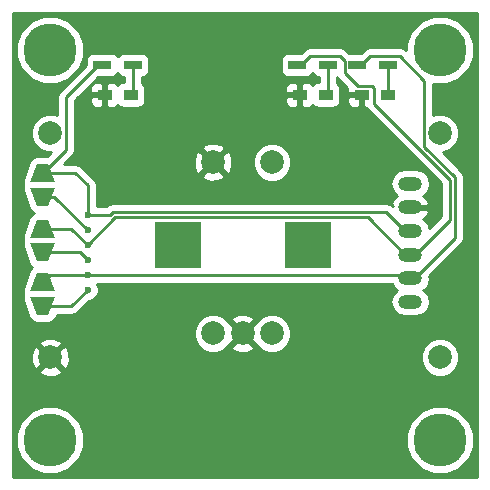
<source format=gbl>
G04 #@! TF.FileFunction,Copper,L2,Bot,Signal*
%FSLAX46Y46*%
G04 Gerber Fmt 4.6, Leading zero omitted, Abs format (unit mm)*
G04 Created by KiCad (PCBNEW 4.0.1-stable) date Friday, 17 June 2016 'pmt' 14:58:46*
%MOMM*%
G01*
G04 APERTURE LIST*
%ADD10C,0.100000*%
%ADD11C,4.500000*%
%ADD12R,1.500000X0.800000*%
%ADD13C,2.000000*%
%ADD14O,2.000000X1.200000*%
%ADD15R,4.000000X4.000000*%
%ADD16R,1.200000X0.900000*%
%ADD17C,0.600000*%
%ADD18C,1.000000*%
%ADD19C,0.250000*%
%ADD20C,0.254000*%
G04 APERTURE END LIST*
D10*
D11*
X102870000Y-86995000D03*
X102870000Y-120015000D03*
X135890000Y-120015000D03*
D12*
X126395000Y-88265000D03*
X123795000Y-88265000D03*
D10*
G36*
X101211000Y-98663000D02*
X103259000Y-98663000D01*
X102735000Y-100187000D01*
X101735000Y-100187000D01*
X101211000Y-98663000D01*
X101211000Y-98663000D01*
G37*
G36*
X103259000Y-98187000D02*
X101211000Y-98187000D01*
X101735000Y-96663000D01*
X102735000Y-96663000D01*
X103259000Y-98187000D01*
X103259000Y-98187000D01*
G37*
G36*
X101211000Y-103378000D02*
X103259000Y-103378000D01*
X102735000Y-104902000D01*
X101735000Y-104902000D01*
X101211000Y-103378000D01*
X101211000Y-103378000D01*
G37*
G36*
X103259000Y-102902000D02*
X101211000Y-102902000D01*
X101735000Y-101378000D01*
X102735000Y-101378000D01*
X103259000Y-102902000D01*
X103259000Y-102902000D01*
G37*
G36*
X101211000Y-107918000D02*
X103259000Y-107918000D01*
X102735000Y-109442000D01*
X101735000Y-109442000D01*
X101211000Y-107918000D01*
X101211000Y-107918000D01*
G37*
G36*
X103259000Y-107442000D02*
X101211000Y-107442000D01*
X101735000Y-105918000D01*
X102735000Y-105918000D01*
X103259000Y-107442000D01*
X103259000Y-107442000D01*
G37*
D13*
X102890000Y-94030000D03*
X102890000Y-113030000D03*
X135890000Y-113030000D03*
X135890000Y-94030000D03*
D14*
X133350000Y-98330000D03*
X133350000Y-100330000D03*
X133350000Y-102330000D03*
X133350000Y-104330000D03*
X133350000Y-106330000D03*
X133350000Y-108330000D03*
D15*
X124665000Y-103505000D03*
X113665000Y-103505000D03*
D13*
X121665000Y-96505000D03*
X116665000Y-96505000D03*
X119165000Y-111005000D03*
X116665000Y-111005000D03*
X121665000Y-111005000D03*
D12*
X109885000Y-88265000D03*
X107285000Y-88265000D03*
X131475000Y-88265000D03*
X128875000Y-88265000D03*
D16*
X107485000Y-90805000D03*
X109685000Y-90805000D03*
X123995000Y-90805000D03*
X126195000Y-90805000D03*
X129245000Y-90805000D03*
X131445000Y-90805000D03*
D11*
X135890000Y-86995000D03*
D17*
X106045000Y-102235000D03*
D18*
X118745000Y-120330000D03*
X108585000Y-99060000D03*
X121285000Y-86995000D03*
D17*
X106045000Y-104775000D03*
X106045000Y-107315000D03*
X106045000Y-100965000D03*
X106045000Y-103505000D03*
X106045000Y-106045000D03*
D19*
X102235000Y-99425000D02*
X103235000Y-99425000D01*
X103235000Y-99425000D02*
X106045000Y-102235000D01*
X102235000Y-104140000D02*
X105410000Y-104140000D01*
X105410000Y-104140000D02*
X106045000Y-104775000D01*
X102235000Y-108680000D02*
X104680000Y-108680000D01*
X104680000Y-108680000D02*
X106045000Y-107315000D01*
X107285000Y-88265000D02*
X106935000Y-88265000D01*
X104215001Y-95444999D02*
X102872745Y-96787255D01*
X106935000Y-88265000D02*
X104215001Y-90984999D01*
X102872745Y-96787255D02*
X102235000Y-97425000D01*
X104215001Y-90984999D02*
X104215001Y-95444999D01*
X106045000Y-100965000D02*
X107948590Y-100965000D01*
X107948590Y-100965000D02*
X108183601Y-100729989D01*
X108183601Y-100729989D02*
X131349989Y-100729989D01*
X131349989Y-100729989D02*
X132950000Y-102330000D01*
X132950000Y-102330000D02*
X133350000Y-102330000D01*
X102235000Y-97425000D02*
X105002000Y-97425000D01*
X105002000Y-97425000D02*
X106045000Y-98468000D01*
X106045000Y-98468000D02*
X106045000Y-100965000D01*
X123795000Y-88265000D02*
X124145000Y-88265000D01*
X124145000Y-88265000D02*
X124870001Y-87539999D01*
X130313591Y-90238589D02*
X130313591Y-91580001D01*
X124870001Y-87539999D02*
X127405001Y-87539999D01*
X127405001Y-87539999D02*
X127799999Y-87934997D01*
X130105001Y-90029999D02*
X130313591Y-90238589D01*
X127799999Y-87934997D02*
X127799999Y-88925001D01*
X127799999Y-88925001D02*
X128904997Y-90029999D01*
X128904997Y-90029999D02*
X130105001Y-90029999D01*
X133750000Y-104330000D02*
X133350000Y-104330000D01*
X130313591Y-91580001D02*
X136709990Y-97976400D01*
X136709990Y-97976400D02*
X136709990Y-101370010D01*
X136709990Y-101370010D02*
X133750000Y-104330000D01*
X106045000Y-103505000D02*
X108370001Y-101179999D01*
X108370001Y-101179999D02*
X129799999Y-101179999D01*
X129799999Y-101179999D02*
X132950000Y-104330000D01*
X132950000Y-104330000D02*
X133350000Y-104330000D01*
X106045000Y-103505000D02*
X104680000Y-102140000D01*
X104680000Y-102140000D02*
X102235000Y-102140000D01*
X128875000Y-88265000D02*
X129225000Y-88265000D01*
X134564999Y-89619997D02*
X134564999Y-95194999D01*
X129225000Y-88265000D02*
X129950001Y-87539999D01*
X129950001Y-87539999D02*
X132485001Y-87539999D01*
X132485001Y-87539999D02*
X134564999Y-89619997D01*
X134564999Y-95194999D02*
X137160000Y-97790000D01*
X133750000Y-106330000D02*
X133350000Y-106330000D01*
X137160000Y-97790000D02*
X137160000Y-102920000D01*
X137160000Y-102920000D02*
X133750000Y-106330000D01*
X106045000Y-106045000D02*
X133065000Y-106045000D01*
X133065000Y-106045000D02*
X133350000Y-106330000D01*
X106045000Y-106045000D02*
X102870000Y-106045000D01*
X102870000Y-106045000D02*
X102235000Y-106680000D01*
X109885000Y-88265000D02*
X109885000Y-90605000D01*
X109885000Y-90605000D02*
X109685000Y-90805000D01*
X126395000Y-88265000D02*
X126395000Y-90605000D01*
X126395000Y-90605000D02*
X126195000Y-90805000D01*
X131475000Y-88265000D02*
X131475000Y-90775000D01*
X131475000Y-90775000D02*
X131445000Y-90805000D01*
D20*
G36*
X139015000Y-123140000D02*
X99745000Y-123140000D01*
X99745000Y-120586344D01*
X99984501Y-120586344D01*
X100422790Y-121647086D01*
X101233645Y-122459357D01*
X102293620Y-122899498D01*
X103441344Y-122900499D01*
X104502086Y-122462210D01*
X105314357Y-121651355D01*
X105754498Y-120591380D01*
X105754502Y-120586344D01*
X133004501Y-120586344D01*
X133442790Y-121647086D01*
X134253645Y-122459357D01*
X135313620Y-122899498D01*
X136461344Y-122900499D01*
X137522086Y-122462210D01*
X138334357Y-121651355D01*
X138774498Y-120591380D01*
X138775499Y-119443656D01*
X138337210Y-118382914D01*
X137526355Y-117570643D01*
X136466380Y-117130502D01*
X135318656Y-117129501D01*
X134257914Y-117567790D01*
X133445643Y-118378645D01*
X133005502Y-119438620D01*
X133004501Y-120586344D01*
X105754502Y-120586344D01*
X105755499Y-119443656D01*
X105317210Y-118382914D01*
X104506355Y-117570643D01*
X103446380Y-117130502D01*
X102298656Y-117129501D01*
X101237914Y-117567790D01*
X100425643Y-118378645D01*
X99985502Y-119438620D01*
X99984501Y-120586344D01*
X99745000Y-120586344D01*
X99745000Y-114182532D01*
X101917073Y-114182532D01*
X102015736Y-114449387D01*
X102625461Y-114675908D01*
X103275460Y-114651856D01*
X103764264Y-114449387D01*
X103862927Y-114182532D01*
X102890000Y-113209605D01*
X101917073Y-114182532D01*
X99745000Y-114182532D01*
X99745000Y-112765461D01*
X101244092Y-112765461D01*
X101268144Y-113415460D01*
X101470613Y-113904264D01*
X101737468Y-114002927D01*
X102710395Y-113030000D01*
X103069605Y-113030000D01*
X104042532Y-114002927D01*
X104309387Y-113904264D01*
X104513893Y-113353795D01*
X134254716Y-113353795D01*
X134503106Y-113954943D01*
X134962637Y-114415278D01*
X135563352Y-114664716D01*
X136213795Y-114665284D01*
X136814943Y-114416894D01*
X137275278Y-113957363D01*
X137524716Y-113356648D01*
X137525284Y-112706205D01*
X137276894Y-112105057D01*
X136817363Y-111644722D01*
X136216648Y-111395284D01*
X135566205Y-111394716D01*
X134965057Y-111643106D01*
X134504722Y-112102637D01*
X134255284Y-112703352D01*
X134254716Y-113353795D01*
X104513893Y-113353795D01*
X104535908Y-113294539D01*
X104511856Y-112644540D01*
X104309387Y-112155736D01*
X104042532Y-112057073D01*
X103069605Y-113030000D01*
X102710395Y-113030000D01*
X101737468Y-112057073D01*
X101470613Y-112155736D01*
X101244092Y-112765461D01*
X99745000Y-112765461D01*
X99745000Y-111877468D01*
X101917073Y-111877468D01*
X102890000Y-112850395D01*
X103862927Y-111877468D01*
X103764264Y-111610613D01*
X103154539Y-111384092D01*
X102504540Y-111408144D01*
X102015736Y-111610613D01*
X101917073Y-111877468D01*
X99745000Y-111877468D01*
X99745000Y-111328795D01*
X115029716Y-111328795D01*
X115278106Y-111929943D01*
X115737637Y-112390278D01*
X116338352Y-112639716D01*
X116988795Y-112640284D01*
X117589943Y-112391894D01*
X117824715Y-112157532D01*
X118192073Y-112157532D01*
X118290736Y-112424387D01*
X118900461Y-112650908D01*
X119550460Y-112626856D01*
X120039264Y-112424387D01*
X120137927Y-112157532D01*
X119165000Y-111184605D01*
X118192073Y-112157532D01*
X117824715Y-112157532D01*
X118006752Y-111975813D01*
X118012468Y-111977927D01*
X118985395Y-111005000D01*
X119344605Y-111005000D01*
X120317532Y-111977927D01*
X120323722Y-111975639D01*
X120737637Y-112390278D01*
X121338352Y-112639716D01*
X121988795Y-112640284D01*
X122589943Y-112391894D01*
X123050278Y-111932363D01*
X123299716Y-111331648D01*
X123300284Y-110681205D01*
X123051894Y-110080057D01*
X122592363Y-109619722D01*
X121991648Y-109370284D01*
X121341205Y-109369716D01*
X120740057Y-109618106D01*
X120323248Y-110034187D01*
X120317532Y-110032073D01*
X119344605Y-111005000D01*
X118985395Y-111005000D01*
X118012468Y-110032073D01*
X118006278Y-110034361D01*
X117824703Y-109852468D01*
X118192073Y-109852468D01*
X119165000Y-110825395D01*
X120137927Y-109852468D01*
X120039264Y-109585613D01*
X119429539Y-109359092D01*
X118779540Y-109383144D01*
X118290736Y-109585613D01*
X118192073Y-109852468D01*
X117824703Y-109852468D01*
X117592363Y-109619722D01*
X116991648Y-109370284D01*
X116341205Y-109369716D01*
X115740057Y-109618106D01*
X115279722Y-110077637D01*
X115030284Y-110678352D01*
X115029716Y-111328795D01*
X99745000Y-111328795D01*
X99745000Y-98169113D01*
X100563807Y-98169113D01*
X100607838Y-98422317D01*
X100615703Y-98434539D01*
X100565076Y-98618726D01*
X100598740Y-98873515D01*
X101122740Y-100397515D01*
X101270910Y-100638441D01*
X101483110Y-100783431D01*
X101491347Y-100785099D01*
X101458988Y-100792342D01*
X101252880Y-100945868D01*
X101122740Y-101167485D01*
X100598740Y-102691485D01*
X100563807Y-102884113D01*
X100607838Y-103137317D01*
X100615703Y-103149539D01*
X100565076Y-103333726D01*
X100598740Y-103588515D01*
X101122740Y-105112515D01*
X101270910Y-105353441D01*
X101354232Y-105410373D01*
X101252880Y-105485868D01*
X101122740Y-105707485D01*
X100598740Y-107231485D01*
X100563807Y-107424113D01*
X100607838Y-107677317D01*
X100615703Y-107689539D01*
X100565076Y-107873726D01*
X100598740Y-108128515D01*
X101122740Y-109652515D01*
X101270910Y-109893441D01*
X101483110Y-110038431D01*
X101735000Y-110089440D01*
X102735000Y-110089440D01*
X103011012Y-110027658D01*
X103217120Y-109874132D01*
X103347260Y-109652515D01*
X103420329Y-109440000D01*
X104680000Y-109440000D01*
X104970839Y-109382148D01*
X105217401Y-109217401D01*
X106184680Y-108250122D01*
X106230167Y-108250162D01*
X106573943Y-108108117D01*
X106837192Y-107845327D01*
X106979838Y-107501799D01*
X106980162Y-107129833D01*
X106845944Y-106805000D01*
X131778571Y-106805000D01*
X132044691Y-107203277D01*
X132234346Y-107330000D01*
X132044691Y-107456723D01*
X131776977Y-107857386D01*
X131682968Y-108330000D01*
X131776977Y-108802614D01*
X132044691Y-109203277D01*
X132445354Y-109470991D01*
X132917968Y-109565000D01*
X133782032Y-109565000D01*
X134254646Y-109470991D01*
X134655309Y-109203277D01*
X134923023Y-108802614D01*
X135017032Y-108330000D01*
X134923023Y-107857386D01*
X134655309Y-107456723D01*
X134465654Y-107330000D01*
X134655309Y-107203277D01*
X134923023Y-106802614D01*
X135017032Y-106330000D01*
X134985139Y-106169663D01*
X137697401Y-103457401D01*
X137862148Y-103210840D01*
X137920000Y-102920000D01*
X137920000Y-97790000D01*
X137862148Y-97499161D01*
X137697401Y-97252599D01*
X136109995Y-95665193D01*
X136213795Y-95665284D01*
X136814943Y-95416894D01*
X137275278Y-94957363D01*
X137524716Y-94356648D01*
X137525284Y-93706205D01*
X137276894Y-93105057D01*
X136817363Y-92644722D01*
X136216648Y-92395284D01*
X135566205Y-92394716D01*
X135324999Y-92494381D01*
X135324999Y-89879508D01*
X136461344Y-89880499D01*
X137522086Y-89442210D01*
X138334357Y-88631355D01*
X138774498Y-87571380D01*
X138775499Y-86423656D01*
X138337210Y-85362914D01*
X137526355Y-84550643D01*
X136466380Y-84110502D01*
X135318656Y-84109501D01*
X134257914Y-84547790D01*
X133445643Y-85358645D01*
X133005502Y-86418620D01*
X133005003Y-86990972D01*
X132775840Y-86837851D01*
X132485001Y-86779999D01*
X129950001Y-86779999D01*
X129659161Y-86837851D01*
X129412600Y-87002598D01*
X129197638Y-87217560D01*
X128157364Y-87217560D01*
X127942402Y-87002598D01*
X127695840Y-86837851D01*
X127405001Y-86779999D01*
X124870001Y-86779999D01*
X124579161Y-86837851D01*
X124332600Y-87002598D01*
X124117638Y-87217560D01*
X123045000Y-87217560D01*
X122809683Y-87261838D01*
X122593559Y-87400910D01*
X122448569Y-87613110D01*
X122397560Y-87865000D01*
X122397560Y-88665000D01*
X122441838Y-88900317D01*
X122580910Y-89116441D01*
X122793110Y-89261431D01*
X123045000Y-89312440D01*
X124545000Y-89312440D01*
X124780317Y-89268162D01*
X124996441Y-89129090D01*
X125095633Y-88983917D01*
X125180910Y-89116441D01*
X125393110Y-89261431D01*
X125635000Y-89310415D01*
X125635000Y-89707560D01*
X125595000Y-89707560D01*
X125359683Y-89751838D01*
X125143559Y-89890910D01*
X125097031Y-89959006D01*
X124954698Y-89816673D01*
X124721309Y-89720000D01*
X124280750Y-89720000D01*
X124122000Y-89878750D01*
X124122000Y-90678000D01*
X124142000Y-90678000D01*
X124142000Y-90932000D01*
X124122000Y-90932000D01*
X124122000Y-91731250D01*
X124280750Y-91890000D01*
X124721309Y-91890000D01*
X124954698Y-91793327D01*
X125095936Y-91652090D01*
X125130910Y-91706441D01*
X125343110Y-91851431D01*
X125595000Y-91902440D01*
X126795000Y-91902440D01*
X127030317Y-91858162D01*
X127246441Y-91719090D01*
X127391431Y-91506890D01*
X127442440Y-91255000D01*
X127442440Y-91090750D01*
X128010000Y-91090750D01*
X128010000Y-91381310D01*
X128106673Y-91614699D01*
X128285302Y-91793327D01*
X128518691Y-91890000D01*
X128959250Y-91890000D01*
X129118000Y-91731250D01*
X129118000Y-90932000D01*
X128168750Y-90932000D01*
X128010000Y-91090750D01*
X127442440Y-91090750D01*
X127442440Y-90355000D01*
X127398162Y-90119683D01*
X127259090Y-89903559D01*
X127155000Y-89832437D01*
X127155000Y-89310558D01*
X127160454Y-89309532D01*
X127262598Y-89462402D01*
X128015532Y-90215336D01*
X128010000Y-90228690D01*
X128010000Y-90519250D01*
X128168750Y-90678000D01*
X128533121Y-90678000D01*
X128614158Y-90732147D01*
X128904997Y-90789999D01*
X129392000Y-90789999D01*
X129392000Y-90932000D01*
X129372000Y-90932000D01*
X129372000Y-91731250D01*
X129530750Y-91890000D01*
X129624245Y-91890000D01*
X129776190Y-92117402D01*
X135949990Y-98291202D01*
X135949990Y-101055208D01*
X134960318Y-102044880D01*
X134923023Y-101857386D01*
X134655309Y-101456723D01*
X134457845Y-101324782D01*
X134713080Y-101113474D01*
X134939592Y-100685281D01*
X134943462Y-100647609D01*
X134818731Y-100457000D01*
X133477000Y-100457000D01*
X133477000Y-100477000D01*
X133223000Y-100477000D01*
X133223000Y-100457000D01*
X133203000Y-100457000D01*
X133203000Y-100203000D01*
X133223000Y-100203000D01*
X133223000Y-100183000D01*
X133477000Y-100183000D01*
X133477000Y-100203000D01*
X134818731Y-100203000D01*
X134943462Y-100012391D01*
X134939592Y-99974719D01*
X134713080Y-99546526D01*
X134457845Y-99335218D01*
X134655309Y-99203277D01*
X134923023Y-98802614D01*
X135017032Y-98330000D01*
X134923023Y-97857386D01*
X134655309Y-97456723D01*
X134254646Y-97189009D01*
X133782032Y-97095000D01*
X132917968Y-97095000D01*
X132445354Y-97189009D01*
X132044691Y-97456723D01*
X131776977Y-97857386D01*
X131682968Y-98330000D01*
X131776977Y-98802614D01*
X132044691Y-99203277D01*
X132242155Y-99335218D01*
X131986920Y-99546526D01*
X131760408Y-99974719D01*
X131756538Y-100012391D01*
X131864406Y-100177231D01*
X131640828Y-100027841D01*
X131349989Y-99969989D01*
X108183601Y-99969989D01*
X107892762Y-100027841D01*
X107646200Y-100192588D01*
X107633788Y-100205000D01*
X106805000Y-100205000D01*
X106805000Y-98468000D01*
X106747148Y-98177161D01*
X106582401Y-97930599D01*
X106309334Y-97657532D01*
X115692073Y-97657532D01*
X115790736Y-97924387D01*
X116400461Y-98150908D01*
X117050460Y-98126856D01*
X117539264Y-97924387D01*
X117637927Y-97657532D01*
X116665000Y-96684605D01*
X115692073Y-97657532D01*
X106309334Y-97657532D01*
X105539401Y-96887599D01*
X105292839Y-96722852D01*
X105002000Y-96665000D01*
X104069802Y-96665000D01*
X104494341Y-96240461D01*
X115019092Y-96240461D01*
X115043144Y-96890460D01*
X115245613Y-97379264D01*
X115512468Y-97477927D01*
X116485395Y-96505000D01*
X116844605Y-96505000D01*
X117817532Y-97477927D01*
X118084387Y-97379264D01*
X118288893Y-96828795D01*
X120029716Y-96828795D01*
X120278106Y-97429943D01*
X120737637Y-97890278D01*
X121338352Y-98139716D01*
X121988795Y-98140284D01*
X122589943Y-97891894D01*
X123050278Y-97432363D01*
X123299716Y-96831648D01*
X123300284Y-96181205D01*
X123051894Y-95580057D01*
X122592363Y-95119722D01*
X121991648Y-94870284D01*
X121341205Y-94869716D01*
X120740057Y-95118106D01*
X120279722Y-95577637D01*
X120030284Y-96178352D01*
X120029716Y-96828795D01*
X118288893Y-96828795D01*
X118310908Y-96769539D01*
X118286856Y-96119540D01*
X118084387Y-95630736D01*
X117817532Y-95532073D01*
X116844605Y-96505000D01*
X116485395Y-96505000D01*
X115512468Y-95532073D01*
X115245613Y-95630736D01*
X115019092Y-96240461D01*
X104494341Y-96240461D01*
X104752402Y-95982400D01*
X104917149Y-95735838D01*
X104975001Y-95444999D01*
X104975001Y-95352468D01*
X115692073Y-95352468D01*
X116665000Y-96325395D01*
X117637927Y-95352468D01*
X117539264Y-95085613D01*
X116929539Y-94859092D01*
X116279540Y-94883144D01*
X115790736Y-95085613D01*
X115692073Y-95352468D01*
X104975001Y-95352468D01*
X104975001Y-91299801D01*
X105184052Y-91090750D01*
X106250000Y-91090750D01*
X106250000Y-91381310D01*
X106346673Y-91614699D01*
X106525302Y-91793327D01*
X106758691Y-91890000D01*
X107199250Y-91890000D01*
X107358000Y-91731250D01*
X107358000Y-90932000D01*
X106408750Y-90932000D01*
X106250000Y-91090750D01*
X105184052Y-91090750D01*
X106046112Y-90228690D01*
X106250000Y-90228690D01*
X106250000Y-90519250D01*
X106408750Y-90678000D01*
X107358000Y-90678000D01*
X107358000Y-89878750D01*
X107199250Y-89720000D01*
X106758691Y-89720000D01*
X106525302Y-89816673D01*
X106346673Y-89995301D01*
X106250000Y-90228690D01*
X106046112Y-90228690D01*
X106962362Y-89312440D01*
X108035000Y-89312440D01*
X108270317Y-89268162D01*
X108486441Y-89129090D01*
X108585633Y-88983917D01*
X108670910Y-89116441D01*
X108883110Y-89261431D01*
X109125000Y-89310415D01*
X109125000Y-89707560D01*
X109085000Y-89707560D01*
X108849683Y-89751838D01*
X108633559Y-89890910D01*
X108587031Y-89959006D01*
X108444698Y-89816673D01*
X108211309Y-89720000D01*
X107770750Y-89720000D01*
X107612000Y-89878750D01*
X107612000Y-90678000D01*
X107632000Y-90678000D01*
X107632000Y-90932000D01*
X107612000Y-90932000D01*
X107612000Y-91731250D01*
X107770750Y-91890000D01*
X108211309Y-91890000D01*
X108444698Y-91793327D01*
X108585936Y-91652090D01*
X108620910Y-91706441D01*
X108833110Y-91851431D01*
X109085000Y-91902440D01*
X110285000Y-91902440D01*
X110520317Y-91858162D01*
X110736441Y-91719090D01*
X110881431Y-91506890D01*
X110932440Y-91255000D01*
X110932440Y-91090750D01*
X122760000Y-91090750D01*
X122760000Y-91381310D01*
X122856673Y-91614699D01*
X123035302Y-91793327D01*
X123268691Y-91890000D01*
X123709250Y-91890000D01*
X123868000Y-91731250D01*
X123868000Y-90932000D01*
X122918750Y-90932000D01*
X122760000Y-91090750D01*
X110932440Y-91090750D01*
X110932440Y-90355000D01*
X110908674Y-90228690D01*
X122760000Y-90228690D01*
X122760000Y-90519250D01*
X122918750Y-90678000D01*
X123868000Y-90678000D01*
X123868000Y-89878750D01*
X123709250Y-89720000D01*
X123268691Y-89720000D01*
X123035302Y-89816673D01*
X122856673Y-89995301D01*
X122760000Y-90228690D01*
X110908674Y-90228690D01*
X110888162Y-90119683D01*
X110749090Y-89903559D01*
X110645000Y-89832437D01*
X110645000Y-89310558D01*
X110870317Y-89268162D01*
X111086441Y-89129090D01*
X111231431Y-88916890D01*
X111282440Y-88665000D01*
X111282440Y-87865000D01*
X111238162Y-87629683D01*
X111099090Y-87413559D01*
X110886890Y-87268569D01*
X110635000Y-87217560D01*
X109135000Y-87217560D01*
X108899683Y-87261838D01*
X108683559Y-87400910D01*
X108584367Y-87546083D01*
X108499090Y-87413559D01*
X108286890Y-87268569D01*
X108035000Y-87217560D01*
X106535000Y-87217560D01*
X106299683Y-87261838D01*
X106083559Y-87400910D01*
X105938569Y-87613110D01*
X105887560Y-87865000D01*
X105887560Y-88237638D01*
X103677600Y-90447598D01*
X103512853Y-90694160D01*
X103455001Y-90984999D01*
X103455001Y-92494257D01*
X103216648Y-92395284D01*
X102566205Y-92394716D01*
X101965057Y-92643106D01*
X101504722Y-93102637D01*
X101255284Y-93703352D01*
X101254716Y-94353795D01*
X101503106Y-94954943D01*
X101962637Y-95415278D01*
X102563352Y-95664716D01*
X102920170Y-95665028D01*
X102569638Y-96015560D01*
X101735000Y-96015560D01*
X101458988Y-96077342D01*
X101252880Y-96230868D01*
X101122740Y-96452485D01*
X100598740Y-97976485D01*
X100563807Y-98169113D01*
X99745000Y-98169113D01*
X99745000Y-87566344D01*
X99984501Y-87566344D01*
X100422790Y-88627086D01*
X101233645Y-89439357D01*
X102293620Y-89879498D01*
X103441344Y-89880499D01*
X104502086Y-89442210D01*
X105314357Y-88631355D01*
X105754498Y-87571380D01*
X105755499Y-86423656D01*
X105317210Y-85362914D01*
X104506355Y-84550643D01*
X103446380Y-84110502D01*
X102298656Y-84109501D01*
X101237914Y-84547790D01*
X100425643Y-85358645D01*
X99985502Y-86418620D01*
X99984501Y-87566344D01*
X99745000Y-87566344D01*
X99745000Y-83870000D01*
X139015000Y-83870000D01*
X139015000Y-123140000D01*
X139015000Y-123140000D01*
G37*
X139015000Y-123140000D02*
X99745000Y-123140000D01*
X99745000Y-120586344D01*
X99984501Y-120586344D01*
X100422790Y-121647086D01*
X101233645Y-122459357D01*
X102293620Y-122899498D01*
X103441344Y-122900499D01*
X104502086Y-122462210D01*
X105314357Y-121651355D01*
X105754498Y-120591380D01*
X105754502Y-120586344D01*
X133004501Y-120586344D01*
X133442790Y-121647086D01*
X134253645Y-122459357D01*
X135313620Y-122899498D01*
X136461344Y-122900499D01*
X137522086Y-122462210D01*
X138334357Y-121651355D01*
X138774498Y-120591380D01*
X138775499Y-119443656D01*
X138337210Y-118382914D01*
X137526355Y-117570643D01*
X136466380Y-117130502D01*
X135318656Y-117129501D01*
X134257914Y-117567790D01*
X133445643Y-118378645D01*
X133005502Y-119438620D01*
X133004501Y-120586344D01*
X105754502Y-120586344D01*
X105755499Y-119443656D01*
X105317210Y-118382914D01*
X104506355Y-117570643D01*
X103446380Y-117130502D01*
X102298656Y-117129501D01*
X101237914Y-117567790D01*
X100425643Y-118378645D01*
X99985502Y-119438620D01*
X99984501Y-120586344D01*
X99745000Y-120586344D01*
X99745000Y-114182532D01*
X101917073Y-114182532D01*
X102015736Y-114449387D01*
X102625461Y-114675908D01*
X103275460Y-114651856D01*
X103764264Y-114449387D01*
X103862927Y-114182532D01*
X102890000Y-113209605D01*
X101917073Y-114182532D01*
X99745000Y-114182532D01*
X99745000Y-112765461D01*
X101244092Y-112765461D01*
X101268144Y-113415460D01*
X101470613Y-113904264D01*
X101737468Y-114002927D01*
X102710395Y-113030000D01*
X103069605Y-113030000D01*
X104042532Y-114002927D01*
X104309387Y-113904264D01*
X104513893Y-113353795D01*
X134254716Y-113353795D01*
X134503106Y-113954943D01*
X134962637Y-114415278D01*
X135563352Y-114664716D01*
X136213795Y-114665284D01*
X136814943Y-114416894D01*
X137275278Y-113957363D01*
X137524716Y-113356648D01*
X137525284Y-112706205D01*
X137276894Y-112105057D01*
X136817363Y-111644722D01*
X136216648Y-111395284D01*
X135566205Y-111394716D01*
X134965057Y-111643106D01*
X134504722Y-112102637D01*
X134255284Y-112703352D01*
X134254716Y-113353795D01*
X104513893Y-113353795D01*
X104535908Y-113294539D01*
X104511856Y-112644540D01*
X104309387Y-112155736D01*
X104042532Y-112057073D01*
X103069605Y-113030000D01*
X102710395Y-113030000D01*
X101737468Y-112057073D01*
X101470613Y-112155736D01*
X101244092Y-112765461D01*
X99745000Y-112765461D01*
X99745000Y-111877468D01*
X101917073Y-111877468D01*
X102890000Y-112850395D01*
X103862927Y-111877468D01*
X103764264Y-111610613D01*
X103154539Y-111384092D01*
X102504540Y-111408144D01*
X102015736Y-111610613D01*
X101917073Y-111877468D01*
X99745000Y-111877468D01*
X99745000Y-111328795D01*
X115029716Y-111328795D01*
X115278106Y-111929943D01*
X115737637Y-112390278D01*
X116338352Y-112639716D01*
X116988795Y-112640284D01*
X117589943Y-112391894D01*
X117824715Y-112157532D01*
X118192073Y-112157532D01*
X118290736Y-112424387D01*
X118900461Y-112650908D01*
X119550460Y-112626856D01*
X120039264Y-112424387D01*
X120137927Y-112157532D01*
X119165000Y-111184605D01*
X118192073Y-112157532D01*
X117824715Y-112157532D01*
X118006752Y-111975813D01*
X118012468Y-111977927D01*
X118985395Y-111005000D01*
X119344605Y-111005000D01*
X120317532Y-111977927D01*
X120323722Y-111975639D01*
X120737637Y-112390278D01*
X121338352Y-112639716D01*
X121988795Y-112640284D01*
X122589943Y-112391894D01*
X123050278Y-111932363D01*
X123299716Y-111331648D01*
X123300284Y-110681205D01*
X123051894Y-110080057D01*
X122592363Y-109619722D01*
X121991648Y-109370284D01*
X121341205Y-109369716D01*
X120740057Y-109618106D01*
X120323248Y-110034187D01*
X120317532Y-110032073D01*
X119344605Y-111005000D01*
X118985395Y-111005000D01*
X118012468Y-110032073D01*
X118006278Y-110034361D01*
X117824703Y-109852468D01*
X118192073Y-109852468D01*
X119165000Y-110825395D01*
X120137927Y-109852468D01*
X120039264Y-109585613D01*
X119429539Y-109359092D01*
X118779540Y-109383144D01*
X118290736Y-109585613D01*
X118192073Y-109852468D01*
X117824703Y-109852468D01*
X117592363Y-109619722D01*
X116991648Y-109370284D01*
X116341205Y-109369716D01*
X115740057Y-109618106D01*
X115279722Y-110077637D01*
X115030284Y-110678352D01*
X115029716Y-111328795D01*
X99745000Y-111328795D01*
X99745000Y-98169113D01*
X100563807Y-98169113D01*
X100607838Y-98422317D01*
X100615703Y-98434539D01*
X100565076Y-98618726D01*
X100598740Y-98873515D01*
X101122740Y-100397515D01*
X101270910Y-100638441D01*
X101483110Y-100783431D01*
X101491347Y-100785099D01*
X101458988Y-100792342D01*
X101252880Y-100945868D01*
X101122740Y-101167485D01*
X100598740Y-102691485D01*
X100563807Y-102884113D01*
X100607838Y-103137317D01*
X100615703Y-103149539D01*
X100565076Y-103333726D01*
X100598740Y-103588515D01*
X101122740Y-105112515D01*
X101270910Y-105353441D01*
X101354232Y-105410373D01*
X101252880Y-105485868D01*
X101122740Y-105707485D01*
X100598740Y-107231485D01*
X100563807Y-107424113D01*
X100607838Y-107677317D01*
X100615703Y-107689539D01*
X100565076Y-107873726D01*
X100598740Y-108128515D01*
X101122740Y-109652515D01*
X101270910Y-109893441D01*
X101483110Y-110038431D01*
X101735000Y-110089440D01*
X102735000Y-110089440D01*
X103011012Y-110027658D01*
X103217120Y-109874132D01*
X103347260Y-109652515D01*
X103420329Y-109440000D01*
X104680000Y-109440000D01*
X104970839Y-109382148D01*
X105217401Y-109217401D01*
X106184680Y-108250122D01*
X106230167Y-108250162D01*
X106573943Y-108108117D01*
X106837192Y-107845327D01*
X106979838Y-107501799D01*
X106980162Y-107129833D01*
X106845944Y-106805000D01*
X131778571Y-106805000D01*
X132044691Y-107203277D01*
X132234346Y-107330000D01*
X132044691Y-107456723D01*
X131776977Y-107857386D01*
X131682968Y-108330000D01*
X131776977Y-108802614D01*
X132044691Y-109203277D01*
X132445354Y-109470991D01*
X132917968Y-109565000D01*
X133782032Y-109565000D01*
X134254646Y-109470991D01*
X134655309Y-109203277D01*
X134923023Y-108802614D01*
X135017032Y-108330000D01*
X134923023Y-107857386D01*
X134655309Y-107456723D01*
X134465654Y-107330000D01*
X134655309Y-107203277D01*
X134923023Y-106802614D01*
X135017032Y-106330000D01*
X134985139Y-106169663D01*
X137697401Y-103457401D01*
X137862148Y-103210840D01*
X137920000Y-102920000D01*
X137920000Y-97790000D01*
X137862148Y-97499161D01*
X137697401Y-97252599D01*
X136109995Y-95665193D01*
X136213795Y-95665284D01*
X136814943Y-95416894D01*
X137275278Y-94957363D01*
X137524716Y-94356648D01*
X137525284Y-93706205D01*
X137276894Y-93105057D01*
X136817363Y-92644722D01*
X136216648Y-92395284D01*
X135566205Y-92394716D01*
X135324999Y-92494381D01*
X135324999Y-89879508D01*
X136461344Y-89880499D01*
X137522086Y-89442210D01*
X138334357Y-88631355D01*
X138774498Y-87571380D01*
X138775499Y-86423656D01*
X138337210Y-85362914D01*
X137526355Y-84550643D01*
X136466380Y-84110502D01*
X135318656Y-84109501D01*
X134257914Y-84547790D01*
X133445643Y-85358645D01*
X133005502Y-86418620D01*
X133005003Y-86990972D01*
X132775840Y-86837851D01*
X132485001Y-86779999D01*
X129950001Y-86779999D01*
X129659161Y-86837851D01*
X129412600Y-87002598D01*
X129197638Y-87217560D01*
X128157364Y-87217560D01*
X127942402Y-87002598D01*
X127695840Y-86837851D01*
X127405001Y-86779999D01*
X124870001Y-86779999D01*
X124579161Y-86837851D01*
X124332600Y-87002598D01*
X124117638Y-87217560D01*
X123045000Y-87217560D01*
X122809683Y-87261838D01*
X122593559Y-87400910D01*
X122448569Y-87613110D01*
X122397560Y-87865000D01*
X122397560Y-88665000D01*
X122441838Y-88900317D01*
X122580910Y-89116441D01*
X122793110Y-89261431D01*
X123045000Y-89312440D01*
X124545000Y-89312440D01*
X124780317Y-89268162D01*
X124996441Y-89129090D01*
X125095633Y-88983917D01*
X125180910Y-89116441D01*
X125393110Y-89261431D01*
X125635000Y-89310415D01*
X125635000Y-89707560D01*
X125595000Y-89707560D01*
X125359683Y-89751838D01*
X125143559Y-89890910D01*
X125097031Y-89959006D01*
X124954698Y-89816673D01*
X124721309Y-89720000D01*
X124280750Y-89720000D01*
X124122000Y-89878750D01*
X124122000Y-90678000D01*
X124142000Y-90678000D01*
X124142000Y-90932000D01*
X124122000Y-90932000D01*
X124122000Y-91731250D01*
X124280750Y-91890000D01*
X124721309Y-91890000D01*
X124954698Y-91793327D01*
X125095936Y-91652090D01*
X125130910Y-91706441D01*
X125343110Y-91851431D01*
X125595000Y-91902440D01*
X126795000Y-91902440D01*
X127030317Y-91858162D01*
X127246441Y-91719090D01*
X127391431Y-91506890D01*
X127442440Y-91255000D01*
X127442440Y-91090750D01*
X128010000Y-91090750D01*
X128010000Y-91381310D01*
X128106673Y-91614699D01*
X128285302Y-91793327D01*
X128518691Y-91890000D01*
X128959250Y-91890000D01*
X129118000Y-91731250D01*
X129118000Y-90932000D01*
X128168750Y-90932000D01*
X128010000Y-91090750D01*
X127442440Y-91090750D01*
X127442440Y-90355000D01*
X127398162Y-90119683D01*
X127259090Y-89903559D01*
X127155000Y-89832437D01*
X127155000Y-89310558D01*
X127160454Y-89309532D01*
X127262598Y-89462402D01*
X128015532Y-90215336D01*
X128010000Y-90228690D01*
X128010000Y-90519250D01*
X128168750Y-90678000D01*
X128533121Y-90678000D01*
X128614158Y-90732147D01*
X128904997Y-90789999D01*
X129392000Y-90789999D01*
X129392000Y-90932000D01*
X129372000Y-90932000D01*
X129372000Y-91731250D01*
X129530750Y-91890000D01*
X129624245Y-91890000D01*
X129776190Y-92117402D01*
X135949990Y-98291202D01*
X135949990Y-101055208D01*
X134960318Y-102044880D01*
X134923023Y-101857386D01*
X134655309Y-101456723D01*
X134457845Y-101324782D01*
X134713080Y-101113474D01*
X134939592Y-100685281D01*
X134943462Y-100647609D01*
X134818731Y-100457000D01*
X133477000Y-100457000D01*
X133477000Y-100477000D01*
X133223000Y-100477000D01*
X133223000Y-100457000D01*
X133203000Y-100457000D01*
X133203000Y-100203000D01*
X133223000Y-100203000D01*
X133223000Y-100183000D01*
X133477000Y-100183000D01*
X133477000Y-100203000D01*
X134818731Y-100203000D01*
X134943462Y-100012391D01*
X134939592Y-99974719D01*
X134713080Y-99546526D01*
X134457845Y-99335218D01*
X134655309Y-99203277D01*
X134923023Y-98802614D01*
X135017032Y-98330000D01*
X134923023Y-97857386D01*
X134655309Y-97456723D01*
X134254646Y-97189009D01*
X133782032Y-97095000D01*
X132917968Y-97095000D01*
X132445354Y-97189009D01*
X132044691Y-97456723D01*
X131776977Y-97857386D01*
X131682968Y-98330000D01*
X131776977Y-98802614D01*
X132044691Y-99203277D01*
X132242155Y-99335218D01*
X131986920Y-99546526D01*
X131760408Y-99974719D01*
X131756538Y-100012391D01*
X131864406Y-100177231D01*
X131640828Y-100027841D01*
X131349989Y-99969989D01*
X108183601Y-99969989D01*
X107892762Y-100027841D01*
X107646200Y-100192588D01*
X107633788Y-100205000D01*
X106805000Y-100205000D01*
X106805000Y-98468000D01*
X106747148Y-98177161D01*
X106582401Y-97930599D01*
X106309334Y-97657532D01*
X115692073Y-97657532D01*
X115790736Y-97924387D01*
X116400461Y-98150908D01*
X117050460Y-98126856D01*
X117539264Y-97924387D01*
X117637927Y-97657532D01*
X116665000Y-96684605D01*
X115692073Y-97657532D01*
X106309334Y-97657532D01*
X105539401Y-96887599D01*
X105292839Y-96722852D01*
X105002000Y-96665000D01*
X104069802Y-96665000D01*
X104494341Y-96240461D01*
X115019092Y-96240461D01*
X115043144Y-96890460D01*
X115245613Y-97379264D01*
X115512468Y-97477927D01*
X116485395Y-96505000D01*
X116844605Y-96505000D01*
X117817532Y-97477927D01*
X118084387Y-97379264D01*
X118288893Y-96828795D01*
X120029716Y-96828795D01*
X120278106Y-97429943D01*
X120737637Y-97890278D01*
X121338352Y-98139716D01*
X121988795Y-98140284D01*
X122589943Y-97891894D01*
X123050278Y-97432363D01*
X123299716Y-96831648D01*
X123300284Y-96181205D01*
X123051894Y-95580057D01*
X122592363Y-95119722D01*
X121991648Y-94870284D01*
X121341205Y-94869716D01*
X120740057Y-95118106D01*
X120279722Y-95577637D01*
X120030284Y-96178352D01*
X120029716Y-96828795D01*
X118288893Y-96828795D01*
X118310908Y-96769539D01*
X118286856Y-96119540D01*
X118084387Y-95630736D01*
X117817532Y-95532073D01*
X116844605Y-96505000D01*
X116485395Y-96505000D01*
X115512468Y-95532073D01*
X115245613Y-95630736D01*
X115019092Y-96240461D01*
X104494341Y-96240461D01*
X104752402Y-95982400D01*
X104917149Y-95735838D01*
X104975001Y-95444999D01*
X104975001Y-95352468D01*
X115692073Y-95352468D01*
X116665000Y-96325395D01*
X117637927Y-95352468D01*
X117539264Y-95085613D01*
X116929539Y-94859092D01*
X116279540Y-94883144D01*
X115790736Y-95085613D01*
X115692073Y-95352468D01*
X104975001Y-95352468D01*
X104975001Y-91299801D01*
X105184052Y-91090750D01*
X106250000Y-91090750D01*
X106250000Y-91381310D01*
X106346673Y-91614699D01*
X106525302Y-91793327D01*
X106758691Y-91890000D01*
X107199250Y-91890000D01*
X107358000Y-91731250D01*
X107358000Y-90932000D01*
X106408750Y-90932000D01*
X106250000Y-91090750D01*
X105184052Y-91090750D01*
X106046112Y-90228690D01*
X106250000Y-90228690D01*
X106250000Y-90519250D01*
X106408750Y-90678000D01*
X107358000Y-90678000D01*
X107358000Y-89878750D01*
X107199250Y-89720000D01*
X106758691Y-89720000D01*
X106525302Y-89816673D01*
X106346673Y-89995301D01*
X106250000Y-90228690D01*
X106046112Y-90228690D01*
X106962362Y-89312440D01*
X108035000Y-89312440D01*
X108270317Y-89268162D01*
X108486441Y-89129090D01*
X108585633Y-88983917D01*
X108670910Y-89116441D01*
X108883110Y-89261431D01*
X109125000Y-89310415D01*
X109125000Y-89707560D01*
X109085000Y-89707560D01*
X108849683Y-89751838D01*
X108633559Y-89890910D01*
X108587031Y-89959006D01*
X108444698Y-89816673D01*
X108211309Y-89720000D01*
X107770750Y-89720000D01*
X107612000Y-89878750D01*
X107612000Y-90678000D01*
X107632000Y-90678000D01*
X107632000Y-90932000D01*
X107612000Y-90932000D01*
X107612000Y-91731250D01*
X107770750Y-91890000D01*
X108211309Y-91890000D01*
X108444698Y-91793327D01*
X108585936Y-91652090D01*
X108620910Y-91706441D01*
X108833110Y-91851431D01*
X109085000Y-91902440D01*
X110285000Y-91902440D01*
X110520317Y-91858162D01*
X110736441Y-91719090D01*
X110881431Y-91506890D01*
X110932440Y-91255000D01*
X110932440Y-91090750D01*
X122760000Y-91090750D01*
X122760000Y-91381310D01*
X122856673Y-91614699D01*
X123035302Y-91793327D01*
X123268691Y-91890000D01*
X123709250Y-91890000D01*
X123868000Y-91731250D01*
X123868000Y-90932000D01*
X122918750Y-90932000D01*
X122760000Y-91090750D01*
X110932440Y-91090750D01*
X110932440Y-90355000D01*
X110908674Y-90228690D01*
X122760000Y-90228690D01*
X122760000Y-90519250D01*
X122918750Y-90678000D01*
X123868000Y-90678000D01*
X123868000Y-89878750D01*
X123709250Y-89720000D01*
X123268691Y-89720000D01*
X123035302Y-89816673D01*
X122856673Y-89995301D01*
X122760000Y-90228690D01*
X110908674Y-90228690D01*
X110888162Y-90119683D01*
X110749090Y-89903559D01*
X110645000Y-89832437D01*
X110645000Y-89310558D01*
X110870317Y-89268162D01*
X111086441Y-89129090D01*
X111231431Y-88916890D01*
X111282440Y-88665000D01*
X111282440Y-87865000D01*
X111238162Y-87629683D01*
X111099090Y-87413559D01*
X110886890Y-87268569D01*
X110635000Y-87217560D01*
X109135000Y-87217560D01*
X108899683Y-87261838D01*
X108683559Y-87400910D01*
X108584367Y-87546083D01*
X108499090Y-87413559D01*
X108286890Y-87268569D01*
X108035000Y-87217560D01*
X106535000Y-87217560D01*
X106299683Y-87261838D01*
X106083559Y-87400910D01*
X105938569Y-87613110D01*
X105887560Y-87865000D01*
X105887560Y-88237638D01*
X103677600Y-90447598D01*
X103512853Y-90694160D01*
X103455001Y-90984999D01*
X103455001Y-92494257D01*
X103216648Y-92395284D01*
X102566205Y-92394716D01*
X101965057Y-92643106D01*
X101504722Y-93102637D01*
X101255284Y-93703352D01*
X101254716Y-94353795D01*
X101503106Y-94954943D01*
X101962637Y-95415278D01*
X102563352Y-95664716D01*
X102920170Y-95665028D01*
X102569638Y-96015560D01*
X101735000Y-96015560D01*
X101458988Y-96077342D01*
X101252880Y-96230868D01*
X101122740Y-96452485D01*
X100598740Y-97976485D01*
X100563807Y-98169113D01*
X99745000Y-98169113D01*
X99745000Y-87566344D01*
X99984501Y-87566344D01*
X100422790Y-88627086D01*
X101233645Y-89439357D01*
X102293620Y-89879498D01*
X103441344Y-89880499D01*
X104502086Y-89442210D01*
X105314357Y-88631355D01*
X105754498Y-87571380D01*
X105755499Y-86423656D01*
X105317210Y-85362914D01*
X104506355Y-84550643D01*
X103446380Y-84110502D01*
X102298656Y-84109501D01*
X101237914Y-84547790D01*
X100425643Y-85358645D01*
X99985502Y-86418620D01*
X99984501Y-87566344D01*
X99745000Y-87566344D01*
X99745000Y-83870000D01*
X139015000Y-83870000D01*
X139015000Y-123140000D01*
M02*

</source>
